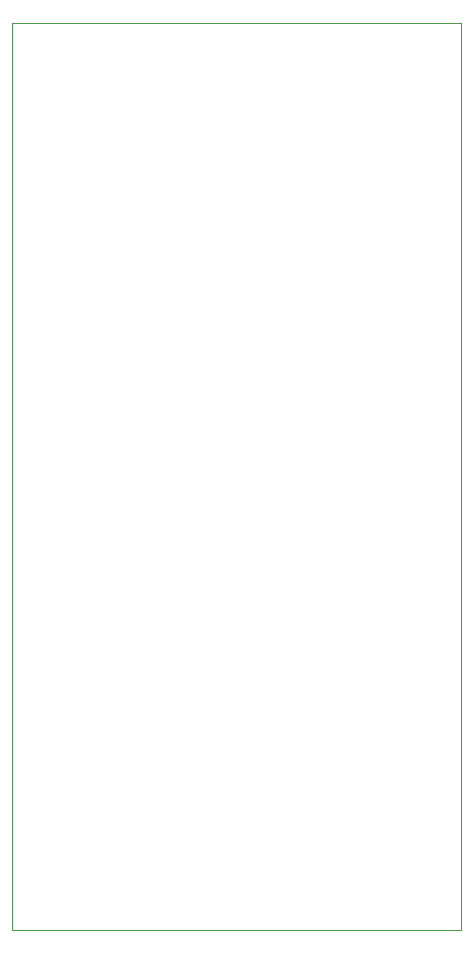
<source format=gm1>
G04 #@! TF.GenerationSoftware,KiCad,Pcbnew,(5.0.1)-3*
G04 #@! TF.CreationDate,2018-11-23T12:12:28-02:00*
G04 #@! TF.ProjectId,ponta-de-prova-logica-simplificada,706F6E74612D64652D70726F76612D6C,rev?*
G04 #@! TF.SameCoordinates,Original*
G04 #@! TF.FileFunction,Profile,NP*
%FSLAX46Y46*%
G04 Gerber Fmt 4.6, Leading zero omitted, Abs format (unit mm)*
G04 Created by KiCad (PCBNEW (5.0.1)-3) date 23/11/2018 12:12:28*
%MOMM*%
%LPD*%
G01*
G04 APERTURE LIST*
%ADD10C,0.100000*%
G04 APERTURE END LIST*
D10*
X170000000Y-51000000D02*
X170000000Y-127800000D01*
X208000000Y-51000000D02*
X170000000Y-51000000D01*
X208000000Y-127800000D02*
X208000000Y-51000000D01*
X170000000Y-127800000D02*
X208000000Y-127800000D01*
M02*

</source>
